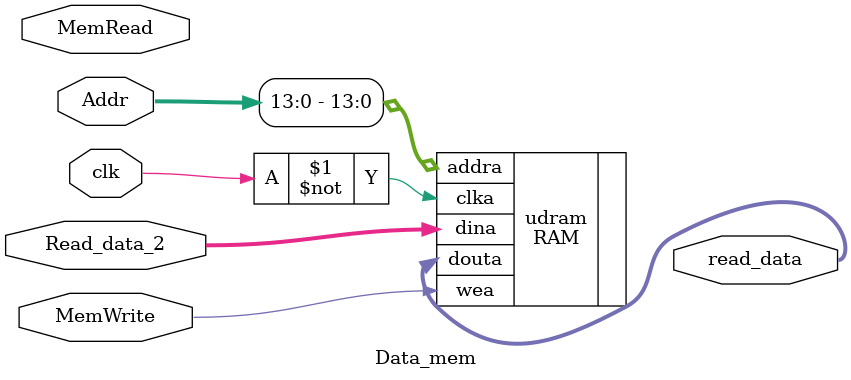
<source format=v>
`timescale 1ns / 1ps


module Data_mem (
    input clk,
    input [31:0] Addr,
    input [31:0] Read_data_2,
    input MemRead,
    input MemWrite,
    output [31:0] read_data
);


     RAM udram(.clka(~clk), .wea(MemWrite), .addra(Addr[13:0]), .dina(Read_data_2), .douta(read_data));
//    reg [31:0] memory [0:1023];

//    always @(posedge MemWrite) begin
//        if (MemWrite)
//            memory[Addr >> 2] <= Read_data_2;
//    end

//    assign read_data = (MemRead) ? memory[Addr >> 2] : 32'bz; //ÉèÎª¸ß×èÌ¬
endmodule

</source>
